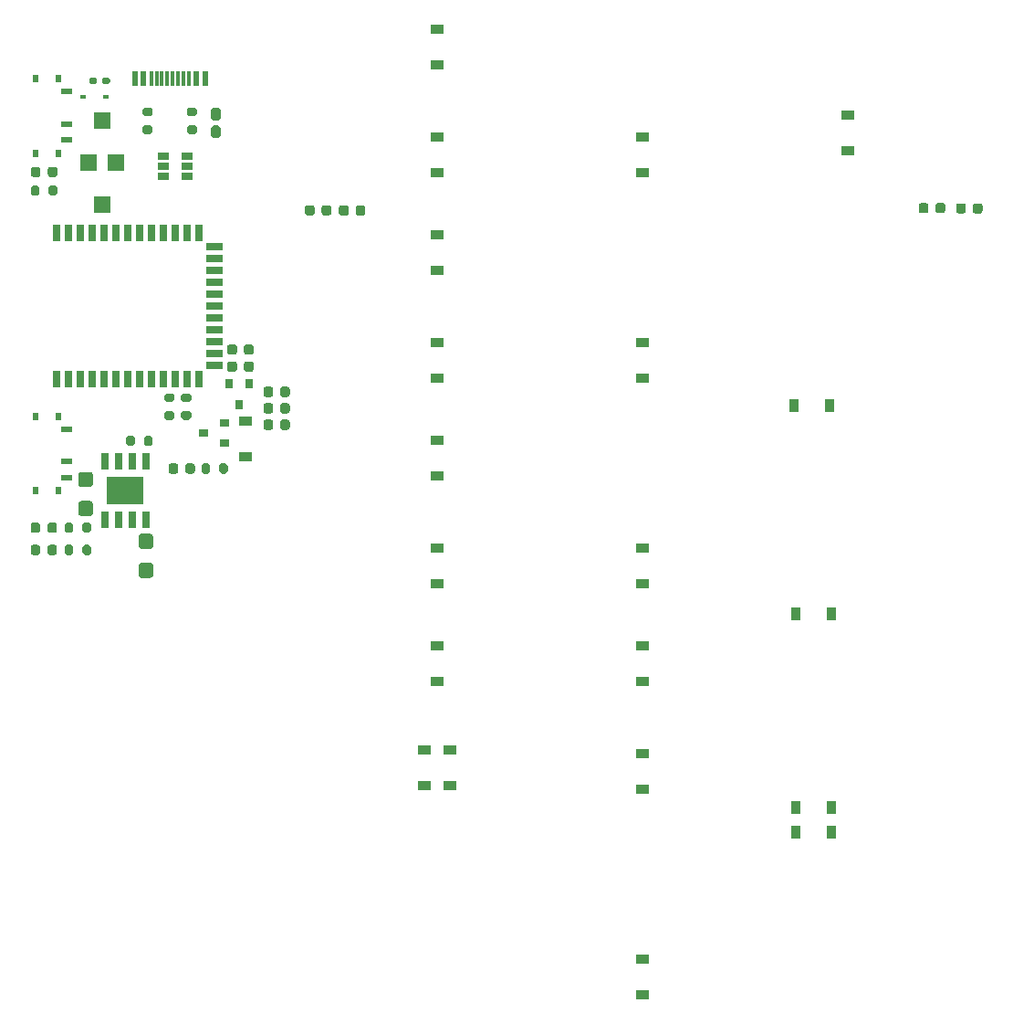
<source format=gbr>
%TF.GenerationSoftware,KiCad,Pcbnew,(5.1.9)-1*%
%TF.CreationDate,2021-08-24T14:53:50+02:00*%
%TF.ProjectId,unWired refernce,756e5769-7265-4642-9072-656665726e63,rev?*%
%TF.SameCoordinates,Original*%
%TF.FileFunction,Paste,Top*%
%TF.FilePolarity,Positive*%
%FSLAX46Y46*%
G04 Gerber Fmt 4.6, Leading zero omitted, Abs format (unit mm)*
G04 Created by KiCad (PCBNEW (5.1.9)-1) date 2021-08-24 14:53:50*
%MOMM*%
%LPD*%
G01*
G04 APERTURE LIST*
%ADD10R,0.500000X0.800000*%
%ADD11R,1.000000X0.500000*%
%ADD12R,0.700000X1.524000*%
%ADD13R,1.524000X0.700000*%
%ADD14R,3.402000X2.513000*%
%ADD15R,0.700000X1.525000*%
%ADD16R,0.900000X0.800000*%
%ADD17R,1.500000X1.500000*%
%ADD18R,0.900000X1.200000*%
%ADD19R,1.200000X0.900000*%
%ADD20R,0.800000X0.900000*%
%ADD21R,0.600000X0.450000*%
%ADD22R,0.600000X1.450000*%
%ADD23R,0.300000X1.450000*%
%ADD24R,1.060000X0.650000*%
G04 APERTURE END LIST*
D10*
%TO.C,S2*%
X40850000Y-47190000D03*
X38750000Y-47190000D03*
X38750000Y-54090000D03*
X40850000Y-54090000D03*
D11*
X41650000Y-52890000D03*
X41650000Y-51390000D03*
X41650000Y-48390000D03*
%TD*%
D10*
%TO.C,S1*%
X40850000Y-78490000D03*
X38750000Y-78490000D03*
X38750000Y-85390000D03*
X40850000Y-85390000D03*
D11*
X41650000Y-84190000D03*
X41650000Y-82690000D03*
X41650000Y-79690000D03*
%TD*%
%TO.C,R9*%
G36*
G01*
X39955000Y-57845000D02*
X39955000Y-57295000D01*
G75*
G02*
X40155000Y-57095000I200000J0D01*
G01*
X40555000Y-57095000D01*
G75*
G02*
X40755000Y-57295000I0J-200000D01*
G01*
X40755000Y-57845000D01*
G75*
G02*
X40555000Y-58045000I-200000J0D01*
G01*
X40155000Y-58045000D01*
G75*
G02*
X39955000Y-57845000I0J200000D01*
G01*
G37*
G36*
G01*
X38305000Y-57845000D02*
X38305000Y-57295000D01*
G75*
G02*
X38505000Y-57095000I200000J0D01*
G01*
X38905000Y-57095000D01*
G75*
G02*
X39105000Y-57295000I0J-200000D01*
G01*
X39105000Y-57845000D01*
G75*
G02*
X38905000Y-58045000I-200000J0D01*
G01*
X38505000Y-58045000D01*
G75*
G02*
X38305000Y-57845000I0J200000D01*
G01*
G37*
%TD*%
%TO.C,LED3*%
G36*
G01*
X39900000Y-56096250D02*
X39900000Y-55583750D01*
G75*
G02*
X40118750Y-55365000I218750J0D01*
G01*
X40556250Y-55365000D01*
G75*
G02*
X40775000Y-55583750I0J-218750D01*
G01*
X40775000Y-56096250D01*
G75*
G02*
X40556250Y-56315000I-218750J0D01*
G01*
X40118750Y-56315000D01*
G75*
G02*
X39900000Y-56096250I0J218750D01*
G01*
G37*
G36*
G01*
X38325000Y-56096250D02*
X38325000Y-55583750D01*
G75*
G02*
X38543750Y-55365000I218750J0D01*
G01*
X38981250Y-55365000D01*
G75*
G02*
X39200000Y-55583750I0J-218750D01*
G01*
X39200000Y-56096250D01*
G75*
G02*
X38981250Y-56315000I-218750J0D01*
G01*
X38543750Y-56315000D01*
G75*
G02*
X38325000Y-56096250I0J218750D01*
G01*
G37*
%TD*%
D12*
%TO.C,U2*%
X40680000Y-61520000D03*
X41780000Y-61520000D03*
X42880000Y-61520000D03*
X43980000Y-61520000D03*
X45080000Y-61520000D03*
X46180000Y-61520000D03*
X47280000Y-61520000D03*
X48380000Y-61520000D03*
X49480000Y-61520000D03*
X50580000Y-61520000D03*
X51680000Y-61520000D03*
X52780000Y-61520000D03*
X53880000Y-61520000D03*
D13*
X55380000Y-62770000D03*
X55380000Y-63870000D03*
X55380000Y-64970000D03*
X55380000Y-66070000D03*
X55380000Y-67170000D03*
X55380000Y-68270000D03*
X55380000Y-69370000D03*
X55380000Y-70470000D03*
X55380000Y-71570000D03*
X55380000Y-72670000D03*
X55380000Y-73770000D03*
D12*
X53880000Y-75020000D03*
X52780000Y-75020000D03*
X51680000Y-75020000D03*
X50580000Y-75020000D03*
X49480000Y-75020000D03*
X48380000Y-75020000D03*
X47280000Y-75020000D03*
X46180000Y-75020000D03*
X45080000Y-75020000D03*
X43980000Y-75020000D03*
X42880000Y-75020000D03*
X41780000Y-75020000D03*
X40680000Y-75020000D03*
%TD*%
D14*
%TO.C,U3*%
X47070000Y-85340000D03*
D15*
X48975000Y-88052000D03*
X47705000Y-88052000D03*
X46435000Y-88052000D03*
X45165000Y-88052000D03*
X45165000Y-82628000D03*
X46435000Y-82628000D03*
X47705000Y-82628000D03*
X48975000Y-82628000D03*
%TD*%
D16*
%TO.C,Q1*%
X54310000Y-80020000D03*
X56310000Y-79070000D03*
X56310000Y-80970000D03*
%TD*%
D17*
%TO.C,SW24*%
X43642000Y-54991000D03*
X46242000Y-54991000D03*
X44942000Y-51091000D03*
X44942000Y-58891000D03*
%TD*%
D18*
%TO.C,D20*%
X112590000Y-117050000D03*
X109290000Y-117050000D03*
%TD*%
D19*
%TO.C,D19*%
X95075000Y-128800000D03*
X95075000Y-132100000D03*
%TD*%
%TO.C,D18*%
X77220000Y-112700000D03*
X77220000Y-109400000D03*
%TD*%
%TO.C,D17*%
X74840000Y-112690000D03*
X74840000Y-109390000D03*
%TD*%
D18*
%TO.C,D16*%
X112590000Y-114750000D03*
X109290000Y-114750000D03*
%TD*%
D19*
%TO.C,D15*%
X95075000Y-109750000D03*
X95075000Y-113050000D03*
%TD*%
%TO.C,D14*%
X95075000Y-99750000D03*
X95075000Y-103050000D03*
%TD*%
%TO.C,D13*%
X76025000Y-99750000D03*
X76025000Y-103050000D03*
%TD*%
D18*
%TO.C,D12*%
X112590000Y-96790000D03*
X109290000Y-96790000D03*
%TD*%
D19*
%TO.C,D11*%
X95075000Y-90700000D03*
X95075000Y-94000000D03*
%TD*%
%TO.C,D10*%
X76025000Y-90700000D03*
X76025000Y-94000000D03*
%TD*%
%TO.C,D9*%
X76025000Y-80700000D03*
X76025000Y-84000000D03*
%TD*%
D18*
%TO.C,D8*%
X112400000Y-77510000D03*
X109100000Y-77510000D03*
%TD*%
D19*
%TO.C,D7*%
X95075000Y-71650000D03*
X95075000Y-74950000D03*
%TD*%
%TO.C,D6*%
X76025000Y-71650000D03*
X76025000Y-74950000D03*
%TD*%
%TO.C,D5*%
X76025000Y-61650000D03*
X76025000Y-64950000D03*
%TD*%
%TO.C,D4*%
X114125000Y-50600000D03*
X114125000Y-53900000D03*
%TD*%
%TO.C,D3*%
X95075000Y-52600000D03*
X95075000Y-55900000D03*
%TD*%
%TO.C,D2*%
X76025000Y-52600000D03*
X76025000Y-55900000D03*
%TD*%
%TO.C,D1*%
X76025000Y-42600000D03*
X76025000Y-45900000D03*
%TD*%
%TO.C,C12*%
G36*
G01*
X125705000Y-59470000D02*
X125705000Y-58970000D01*
G75*
G02*
X125930000Y-58745000I225000J0D01*
G01*
X126380000Y-58745000D01*
G75*
G02*
X126605000Y-58970000I0J-225000D01*
G01*
X126605000Y-59470000D01*
G75*
G02*
X126380000Y-59695000I-225000J0D01*
G01*
X125930000Y-59695000D01*
G75*
G02*
X125705000Y-59470000I0J225000D01*
G01*
G37*
G36*
G01*
X124155000Y-59470000D02*
X124155000Y-58970000D01*
G75*
G02*
X124380000Y-58745000I225000J0D01*
G01*
X124830000Y-58745000D01*
G75*
G02*
X125055000Y-58970000I0J-225000D01*
G01*
X125055000Y-59470000D01*
G75*
G02*
X124830000Y-59695000I-225000J0D01*
G01*
X124380000Y-59695000D01*
G75*
G02*
X124155000Y-59470000I0J225000D01*
G01*
G37*
%TD*%
%TO.C,C11*%
G36*
G01*
X122245000Y-59440000D02*
X122245000Y-58940000D01*
G75*
G02*
X122470000Y-58715000I225000J0D01*
G01*
X122920000Y-58715000D01*
G75*
G02*
X123145000Y-58940000I0J-225000D01*
G01*
X123145000Y-59440000D01*
G75*
G02*
X122920000Y-59665000I-225000J0D01*
G01*
X122470000Y-59665000D01*
G75*
G02*
X122245000Y-59440000I0J225000D01*
G01*
G37*
G36*
G01*
X120695000Y-59440000D02*
X120695000Y-58940000D01*
G75*
G02*
X120920000Y-58715000I225000J0D01*
G01*
X121370000Y-58715000D01*
G75*
G02*
X121595000Y-58940000I0J-225000D01*
G01*
X121595000Y-59440000D01*
G75*
G02*
X121370000Y-59665000I-225000J0D01*
G01*
X120920000Y-59665000D01*
G75*
G02*
X120695000Y-59440000I0J225000D01*
G01*
G37*
%TD*%
%TO.C,C10*%
G36*
G01*
X68455000Y-59660000D02*
X68455000Y-59160000D01*
G75*
G02*
X68680000Y-58935000I225000J0D01*
G01*
X69130000Y-58935000D01*
G75*
G02*
X69355000Y-59160000I0J-225000D01*
G01*
X69355000Y-59660000D01*
G75*
G02*
X69130000Y-59885000I-225000J0D01*
G01*
X68680000Y-59885000D01*
G75*
G02*
X68455000Y-59660000I0J225000D01*
G01*
G37*
G36*
G01*
X66905000Y-59660000D02*
X66905000Y-59160000D01*
G75*
G02*
X67130000Y-58935000I225000J0D01*
G01*
X67580000Y-58935000D01*
G75*
G02*
X67805000Y-59160000I0J-225000D01*
G01*
X67805000Y-59660000D01*
G75*
G02*
X67580000Y-59885000I-225000J0D01*
G01*
X67130000Y-59885000D01*
G75*
G02*
X66905000Y-59660000I0J225000D01*
G01*
G37*
%TD*%
%TO.C,C9*%
G36*
G01*
X65295000Y-59650000D02*
X65295000Y-59150000D01*
G75*
G02*
X65520000Y-58925000I225000J0D01*
G01*
X65970000Y-58925000D01*
G75*
G02*
X66195000Y-59150000I0J-225000D01*
G01*
X66195000Y-59650000D01*
G75*
G02*
X65970000Y-59875000I-225000J0D01*
G01*
X65520000Y-59875000D01*
G75*
G02*
X65295000Y-59650000I0J225000D01*
G01*
G37*
G36*
G01*
X63745000Y-59650000D02*
X63745000Y-59150000D01*
G75*
G02*
X63970000Y-58925000I225000J0D01*
G01*
X64420000Y-58925000D01*
G75*
G02*
X64645000Y-59150000I0J-225000D01*
G01*
X64645000Y-59650000D01*
G75*
G02*
X64420000Y-59875000I-225000J0D01*
G01*
X63970000Y-59875000D01*
G75*
G02*
X63745000Y-59650000I0J225000D01*
G01*
G37*
%TD*%
%TO.C,R8*%
G36*
G01*
X53005000Y-77155000D02*
X52455000Y-77155000D01*
G75*
G02*
X52255000Y-76955000I0J200000D01*
G01*
X52255000Y-76555000D01*
G75*
G02*
X52455000Y-76355000I200000J0D01*
G01*
X53005000Y-76355000D01*
G75*
G02*
X53205000Y-76555000I0J-200000D01*
G01*
X53205000Y-76955000D01*
G75*
G02*
X53005000Y-77155000I-200000J0D01*
G01*
G37*
G36*
G01*
X53005000Y-78805000D02*
X52455000Y-78805000D01*
G75*
G02*
X52255000Y-78605000I0J200000D01*
G01*
X52255000Y-78205000D01*
G75*
G02*
X52455000Y-78005000I200000J0D01*
G01*
X53005000Y-78005000D01*
G75*
G02*
X53205000Y-78205000I0J-200000D01*
G01*
X53205000Y-78605000D01*
G75*
G02*
X53005000Y-78805000I-200000J0D01*
G01*
G37*
%TD*%
%TO.C,R7*%
G36*
G01*
X50905000Y-78005000D02*
X51455000Y-78005000D01*
G75*
G02*
X51655000Y-78205000I0J-200000D01*
G01*
X51655000Y-78605000D01*
G75*
G02*
X51455000Y-78805000I-200000J0D01*
G01*
X50905000Y-78805000D01*
G75*
G02*
X50705000Y-78605000I0J200000D01*
G01*
X50705000Y-78205000D01*
G75*
G02*
X50905000Y-78005000I200000J0D01*
G01*
G37*
G36*
G01*
X50905000Y-76355000D02*
X51455000Y-76355000D01*
G75*
G02*
X51655000Y-76555000I0J-200000D01*
G01*
X51655000Y-76955000D01*
G75*
G02*
X51455000Y-77155000I-200000J0D01*
G01*
X50905000Y-77155000D01*
G75*
G02*
X50705000Y-76955000I0J200000D01*
G01*
X50705000Y-76555000D01*
G75*
G02*
X50905000Y-76355000I200000J0D01*
G01*
G37*
%TD*%
D20*
%TO.C,U4*%
X57660000Y-77440000D03*
X56710000Y-75440000D03*
X58610000Y-75440000D03*
%TD*%
%TO.C,C8*%
G36*
G01*
X58087000Y-72547000D02*
X58087000Y-72047000D01*
G75*
G02*
X58312000Y-71822000I225000J0D01*
G01*
X58762000Y-71822000D01*
G75*
G02*
X58987000Y-72047000I0J-225000D01*
G01*
X58987000Y-72547000D01*
G75*
G02*
X58762000Y-72772000I-225000J0D01*
G01*
X58312000Y-72772000D01*
G75*
G02*
X58087000Y-72547000I0J225000D01*
G01*
G37*
G36*
G01*
X56537000Y-72547000D02*
X56537000Y-72047000D01*
G75*
G02*
X56762000Y-71822000I225000J0D01*
G01*
X57212000Y-71822000D01*
G75*
G02*
X57437000Y-72047000I0J-225000D01*
G01*
X57437000Y-72547000D01*
G75*
G02*
X57212000Y-72772000I-225000J0D01*
G01*
X56762000Y-72772000D01*
G75*
G02*
X56537000Y-72547000I0J225000D01*
G01*
G37*
%TD*%
%TO.C,C7*%
G36*
G01*
X58087000Y-74137000D02*
X58087000Y-73637000D01*
G75*
G02*
X58312000Y-73412000I225000J0D01*
G01*
X58762000Y-73412000D01*
G75*
G02*
X58987000Y-73637000I0J-225000D01*
G01*
X58987000Y-74137000D01*
G75*
G02*
X58762000Y-74362000I-225000J0D01*
G01*
X58312000Y-74362000D01*
G75*
G02*
X58087000Y-74137000I0J225000D01*
G01*
G37*
G36*
G01*
X56537000Y-74137000D02*
X56537000Y-73637000D01*
G75*
G02*
X56762000Y-73412000I225000J0D01*
G01*
X57212000Y-73412000D01*
G75*
G02*
X57437000Y-73637000I0J-225000D01*
G01*
X57437000Y-74137000D01*
G75*
G02*
X57212000Y-74362000I-225000J0D01*
G01*
X56762000Y-74362000D01*
G75*
G02*
X56537000Y-74137000I0J225000D01*
G01*
G37*
%TD*%
%TO.C,C6*%
G36*
G01*
X61451000Y-77994000D02*
X61451000Y-77494000D01*
G75*
G02*
X61676000Y-77269000I225000J0D01*
G01*
X62126000Y-77269000D01*
G75*
G02*
X62351000Y-77494000I0J-225000D01*
G01*
X62351000Y-77994000D01*
G75*
G02*
X62126000Y-78219000I-225000J0D01*
G01*
X61676000Y-78219000D01*
G75*
G02*
X61451000Y-77994000I0J225000D01*
G01*
G37*
G36*
G01*
X59901000Y-77994000D02*
X59901000Y-77494000D01*
G75*
G02*
X60126000Y-77269000I225000J0D01*
G01*
X60576000Y-77269000D01*
G75*
G02*
X60801000Y-77494000I0J-225000D01*
G01*
X60801000Y-77994000D01*
G75*
G02*
X60576000Y-78219000I-225000J0D01*
G01*
X60126000Y-78219000D01*
G75*
G02*
X59901000Y-77994000I0J225000D01*
G01*
G37*
%TD*%
%TO.C,C5*%
G36*
G01*
X61445000Y-79520000D02*
X61445000Y-79020000D01*
G75*
G02*
X61670000Y-78795000I225000J0D01*
G01*
X62120000Y-78795000D01*
G75*
G02*
X62345000Y-79020000I0J-225000D01*
G01*
X62345000Y-79520000D01*
G75*
G02*
X62120000Y-79745000I-225000J0D01*
G01*
X61670000Y-79745000D01*
G75*
G02*
X61445000Y-79520000I0J225000D01*
G01*
G37*
G36*
G01*
X59895000Y-79520000D02*
X59895000Y-79020000D01*
G75*
G02*
X60120000Y-78795000I225000J0D01*
G01*
X60570000Y-78795000D01*
G75*
G02*
X60795000Y-79020000I0J-225000D01*
G01*
X60795000Y-79520000D01*
G75*
G02*
X60570000Y-79745000I-225000J0D01*
G01*
X60120000Y-79745000D01*
G75*
G02*
X59895000Y-79520000I0J225000D01*
G01*
G37*
%TD*%
%TO.C,C4*%
G36*
G01*
X61451000Y-76470000D02*
X61451000Y-75970000D01*
G75*
G02*
X61676000Y-75745000I225000J0D01*
G01*
X62126000Y-75745000D01*
G75*
G02*
X62351000Y-75970000I0J-225000D01*
G01*
X62351000Y-76470000D01*
G75*
G02*
X62126000Y-76695000I-225000J0D01*
G01*
X61676000Y-76695000D01*
G75*
G02*
X61451000Y-76470000I0J225000D01*
G01*
G37*
G36*
G01*
X59901000Y-76470000D02*
X59901000Y-75970000D01*
G75*
G02*
X60126000Y-75745000I225000J0D01*
G01*
X60576000Y-75745000D01*
G75*
G02*
X60801000Y-75970000I0J-225000D01*
G01*
X60801000Y-76470000D01*
G75*
G02*
X60576000Y-76695000I-225000J0D01*
G01*
X60126000Y-76695000D01*
G75*
G02*
X59901000Y-76470000I0J225000D01*
G01*
G37*
%TD*%
%TO.C,R6*%
G36*
G01*
X55797000Y-83603000D02*
X55797000Y-83053000D01*
G75*
G02*
X55997000Y-82853000I200000J0D01*
G01*
X56397000Y-82853000D01*
G75*
G02*
X56597000Y-83053000I0J-200000D01*
G01*
X56597000Y-83603000D01*
G75*
G02*
X56397000Y-83803000I-200000J0D01*
G01*
X55997000Y-83803000D01*
G75*
G02*
X55797000Y-83603000I0J200000D01*
G01*
G37*
G36*
G01*
X54147000Y-83603000D02*
X54147000Y-83053000D01*
G75*
G02*
X54347000Y-82853000I200000J0D01*
G01*
X54747000Y-82853000D01*
G75*
G02*
X54947000Y-83053000I0J-200000D01*
G01*
X54947000Y-83603000D01*
G75*
G02*
X54747000Y-83803000I-200000J0D01*
G01*
X54347000Y-83803000D01*
G75*
G02*
X54147000Y-83603000I0J200000D01*
G01*
G37*
%TD*%
D19*
%TO.C,ZD1*%
X58240000Y-82270000D03*
X58240000Y-78970000D03*
%TD*%
%TO.C,C3*%
G36*
G01*
X42974999Y-86330000D02*
X43825001Y-86330000D01*
G75*
G02*
X44075000Y-86579999I0J-249999D01*
G01*
X44075000Y-87480001D01*
G75*
G02*
X43825001Y-87730000I-249999J0D01*
G01*
X42974999Y-87730000D01*
G75*
G02*
X42725000Y-87480001I0J249999D01*
G01*
X42725000Y-86579999D01*
G75*
G02*
X42974999Y-86330000I249999J0D01*
G01*
G37*
G36*
G01*
X42974999Y-83630000D02*
X43825001Y-83630000D01*
G75*
G02*
X44075000Y-83879999I0J-249999D01*
G01*
X44075000Y-84780001D01*
G75*
G02*
X43825001Y-85030000I-249999J0D01*
G01*
X42974999Y-85030000D01*
G75*
G02*
X42725000Y-84780001I0J249999D01*
G01*
X42725000Y-83879999D01*
G75*
G02*
X42974999Y-83630000I249999J0D01*
G01*
G37*
%TD*%
%TO.C,LED1*%
G36*
G01*
X39170000Y-90615750D02*
X39170000Y-91128250D01*
G75*
G02*
X38951250Y-91347000I-218750J0D01*
G01*
X38513750Y-91347000D01*
G75*
G02*
X38295000Y-91128250I0J218750D01*
G01*
X38295000Y-90615750D01*
G75*
G02*
X38513750Y-90397000I218750J0D01*
G01*
X38951250Y-90397000D01*
G75*
G02*
X39170000Y-90615750I0J-218750D01*
G01*
G37*
G36*
G01*
X40745000Y-90615750D02*
X40745000Y-91128250D01*
G75*
G02*
X40526250Y-91347000I-218750J0D01*
G01*
X40088750Y-91347000D01*
G75*
G02*
X39870000Y-91128250I0J218750D01*
G01*
X39870000Y-90615750D01*
G75*
G02*
X40088750Y-90397000I218750J0D01*
G01*
X40526250Y-90397000D01*
G75*
G02*
X40745000Y-90615750I0J-218750D01*
G01*
G37*
%TD*%
%TO.C,LED2*%
G36*
G01*
X39170000Y-88561750D02*
X39170000Y-89074250D01*
G75*
G02*
X38951250Y-89293000I-218750J0D01*
G01*
X38513750Y-89293000D01*
G75*
G02*
X38295000Y-89074250I0J218750D01*
G01*
X38295000Y-88561750D01*
G75*
G02*
X38513750Y-88343000I218750J0D01*
G01*
X38951250Y-88343000D01*
G75*
G02*
X39170000Y-88561750I0J-218750D01*
G01*
G37*
G36*
G01*
X40745000Y-88561750D02*
X40745000Y-89074250D01*
G75*
G02*
X40526250Y-89293000I-218750J0D01*
G01*
X40088750Y-89293000D01*
G75*
G02*
X39870000Y-89074250I0J218750D01*
G01*
X39870000Y-88561750D01*
G75*
G02*
X40088750Y-88343000I218750J0D01*
G01*
X40526250Y-88343000D01*
G75*
G02*
X40745000Y-88561750I0J-218750D01*
G01*
G37*
%TD*%
%TO.C,C2*%
G36*
G01*
X51999000Y-83078000D02*
X51999000Y-83578000D01*
G75*
G02*
X51774000Y-83803000I-225000J0D01*
G01*
X51324000Y-83803000D01*
G75*
G02*
X51099000Y-83578000I0J225000D01*
G01*
X51099000Y-83078000D01*
G75*
G02*
X51324000Y-82853000I225000J0D01*
G01*
X51774000Y-82853000D01*
G75*
G02*
X51999000Y-83078000I0J-225000D01*
G01*
G37*
G36*
G01*
X53549000Y-83078000D02*
X53549000Y-83578000D01*
G75*
G02*
X53324000Y-83803000I-225000J0D01*
G01*
X52874000Y-83803000D01*
G75*
G02*
X52649000Y-83578000I0J225000D01*
G01*
X52649000Y-83078000D01*
G75*
G02*
X52874000Y-82853000I225000J0D01*
G01*
X53324000Y-82853000D01*
G75*
G02*
X53549000Y-83078000I0J-225000D01*
G01*
G37*
%TD*%
%TO.C,C1*%
G36*
G01*
X48564999Y-92070000D02*
X49415001Y-92070000D01*
G75*
G02*
X49665000Y-92319999I0J-249999D01*
G01*
X49665000Y-93220001D01*
G75*
G02*
X49415001Y-93470000I-249999J0D01*
G01*
X48564999Y-93470000D01*
G75*
G02*
X48315000Y-93220001I0J249999D01*
G01*
X48315000Y-92319999D01*
G75*
G02*
X48564999Y-92070000I249999J0D01*
G01*
G37*
G36*
G01*
X48564999Y-89370000D02*
X49415001Y-89370000D01*
G75*
G02*
X49665000Y-89619999I0J-249999D01*
G01*
X49665000Y-90520001D01*
G75*
G02*
X49415001Y-90770000I-249999J0D01*
G01*
X48564999Y-90770000D01*
G75*
G02*
X48315000Y-90520001I0J249999D01*
G01*
X48315000Y-89619999D01*
G75*
G02*
X48564999Y-89370000I249999J0D01*
G01*
G37*
%TD*%
%TO.C,R5*%
G36*
G01*
X47975000Y-80495000D02*
X47975000Y-81045000D01*
G75*
G02*
X47775000Y-81245000I-200000J0D01*
G01*
X47375000Y-81245000D01*
G75*
G02*
X47175000Y-81045000I0J200000D01*
G01*
X47175000Y-80495000D01*
G75*
G02*
X47375000Y-80295000I200000J0D01*
G01*
X47775000Y-80295000D01*
G75*
G02*
X47975000Y-80495000I0J-200000D01*
G01*
G37*
G36*
G01*
X49625000Y-80495000D02*
X49625000Y-81045000D01*
G75*
G02*
X49425000Y-81245000I-200000J0D01*
G01*
X49025000Y-81245000D01*
G75*
G02*
X48825000Y-81045000I0J200000D01*
G01*
X48825000Y-80495000D01*
G75*
G02*
X49025000Y-80295000I200000J0D01*
G01*
X49425000Y-80295000D01*
G75*
G02*
X49625000Y-80495000I0J-200000D01*
G01*
G37*
%TD*%
%TO.C,R4*%
G36*
G01*
X42255000Y-88543000D02*
X42255000Y-89093000D01*
G75*
G02*
X42055000Y-89293000I-200000J0D01*
G01*
X41655000Y-89293000D01*
G75*
G02*
X41455000Y-89093000I0J200000D01*
G01*
X41455000Y-88543000D01*
G75*
G02*
X41655000Y-88343000I200000J0D01*
G01*
X42055000Y-88343000D01*
G75*
G02*
X42255000Y-88543000I0J-200000D01*
G01*
G37*
G36*
G01*
X43905000Y-88543000D02*
X43905000Y-89093000D01*
G75*
G02*
X43705000Y-89293000I-200000J0D01*
G01*
X43305000Y-89293000D01*
G75*
G02*
X43105000Y-89093000I0J200000D01*
G01*
X43105000Y-88543000D01*
G75*
G02*
X43305000Y-88343000I200000J0D01*
G01*
X43705000Y-88343000D01*
G75*
G02*
X43905000Y-88543000I0J-200000D01*
G01*
G37*
%TD*%
%TO.C,R3*%
G36*
G01*
X43105000Y-91147000D02*
X43105000Y-90597000D01*
G75*
G02*
X43305000Y-90397000I200000J0D01*
G01*
X43705000Y-90397000D01*
G75*
G02*
X43905000Y-90597000I0J-200000D01*
G01*
X43905000Y-91147000D01*
G75*
G02*
X43705000Y-91347000I-200000J0D01*
G01*
X43305000Y-91347000D01*
G75*
G02*
X43105000Y-91147000I0J200000D01*
G01*
G37*
G36*
G01*
X41455000Y-91147000D02*
X41455000Y-90597000D01*
G75*
G02*
X41655000Y-90397000I200000J0D01*
G01*
X42055000Y-90397000D01*
G75*
G02*
X42255000Y-90597000I0J-200000D01*
G01*
X42255000Y-91147000D01*
G75*
G02*
X42055000Y-91347000I-200000J0D01*
G01*
X41655000Y-91347000D01*
G75*
G02*
X41455000Y-91147000I0J200000D01*
G01*
G37*
%TD*%
D21*
%TO.C,TVS1*%
X45246000Y-48895000D03*
X43146000Y-48895000D03*
%TD*%
%TO.C,F1*%
G36*
G01*
X55692500Y-51100000D02*
X55267500Y-51100000D01*
G75*
G02*
X55055000Y-50887500I0J212500D01*
G01*
X55055000Y-50087500D01*
G75*
G02*
X55267500Y-49875000I212500J0D01*
G01*
X55692500Y-49875000D01*
G75*
G02*
X55905000Y-50087500I0J-212500D01*
G01*
X55905000Y-50887500D01*
G75*
G02*
X55692500Y-51100000I-212500J0D01*
G01*
G37*
G36*
G01*
X55692500Y-52725000D02*
X55267500Y-52725000D01*
G75*
G02*
X55055000Y-52512500I0J212500D01*
G01*
X55055000Y-51712500D01*
G75*
G02*
X55267500Y-51500000I212500J0D01*
G01*
X55692500Y-51500000D01*
G75*
G02*
X55905000Y-51712500I0J-212500D01*
G01*
X55905000Y-52512500D01*
G75*
G02*
X55692500Y-52725000I-212500J0D01*
G01*
G37*
%TD*%
%TO.C,FB1*%
G36*
G01*
X44944000Y-47560000D02*
X44944000Y-47240000D01*
G75*
G02*
X45104000Y-47080000I160000J0D01*
G01*
X45499000Y-47080000D01*
G75*
G02*
X45659000Y-47240000I0J-160000D01*
G01*
X45659000Y-47560000D01*
G75*
G02*
X45499000Y-47720000I-160000J0D01*
G01*
X45104000Y-47720000D01*
G75*
G02*
X44944000Y-47560000I0J160000D01*
G01*
G37*
G36*
G01*
X43749000Y-47560000D02*
X43749000Y-47240000D01*
G75*
G02*
X43909000Y-47080000I160000J0D01*
G01*
X44304000Y-47080000D01*
G75*
G02*
X44464000Y-47240000I0J-160000D01*
G01*
X44464000Y-47560000D01*
G75*
G02*
X44304000Y-47720000I-160000J0D01*
G01*
X43909000Y-47720000D01*
G75*
G02*
X43749000Y-47560000I0J160000D01*
G01*
G37*
%TD*%
D22*
%TO.C,J1*%
X47980000Y-47215000D03*
X48780000Y-47215000D03*
X53680000Y-47215000D03*
X54480000Y-47215000D03*
X54480000Y-47215000D03*
X53680000Y-47215000D03*
X48780000Y-47215000D03*
X47980000Y-47215000D03*
D23*
X52980000Y-47215000D03*
X52480000Y-47215000D03*
X51980000Y-47215000D03*
X50980000Y-47215000D03*
X50480000Y-47215000D03*
X49980000Y-47215000D03*
X49480000Y-47215000D03*
X51480000Y-47215000D03*
%TD*%
%TO.C,R2*%
G36*
G01*
X49425000Y-50675000D02*
X48875000Y-50675000D01*
G75*
G02*
X48675000Y-50475000I0J200000D01*
G01*
X48675000Y-50075000D01*
G75*
G02*
X48875000Y-49875000I200000J0D01*
G01*
X49425000Y-49875000D01*
G75*
G02*
X49625000Y-50075000I0J-200000D01*
G01*
X49625000Y-50475000D01*
G75*
G02*
X49425000Y-50675000I-200000J0D01*
G01*
G37*
G36*
G01*
X49425000Y-52325000D02*
X48875000Y-52325000D01*
G75*
G02*
X48675000Y-52125000I0J200000D01*
G01*
X48675000Y-51725000D01*
G75*
G02*
X48875000Y-51525000I200000J0D01*
G01*
X49425000Y-51525000D01*
G75*
G02*
X49625000Y-51725000I0J-200000D01*
G01*
X49625000Y-52125000D01*
G75*
G02*
X49425000Y-52325000I-200000J0D01*
G01*
G37*
%TD*%
%TO.C,R1*%
G36*
G01*
X53535000Y-50675000D02*
X52985000Y-50675000D01*
G75*
G02*
X52785000Y-50475000I0J200000D01*
G01*
X52785000Y-50075000D01*
G75*
G02*
X52985000Y-49875000I200000J0D01*
G01*
X53535000Y-49875000D01*
G75*
G02*
X53735000Y-50075000I0J-200000D01*
G01*
X53735000Y-50475000D01*
G75*
G02*
X53535000Y-50675000I-200000J0D01*
G01*
G37*
G36*
G01*
X53535000Y-52325000D02*
X52985000Y-52325000D01*
G75*
G02*
X52785000Y-52125000I0J200000D01*
G01*
X52785000Y-51725000D01*
G75*
G02*
X52985000Y-51525000I200000J0D01*
G01*
X53535000Y-51525000D01*
G75*
G02*
X53735000Y-51725000I0J-200000D01*
G01*
X53735000Y-52125000D01*
G75*
G02*
X53535000Y-52325000I-200000J0D01*
G01*
G37*
%TD*%
D24*
%TO.C,U1*%
X52810000Y-55310000D03*
X52810000Y-54360000D03*
X52810000Y-56260000D03*
X50610000Y-56260000D03*
X50610000Y-55310000D03*
X50610000Y-54360000D03*
%TD*%
M02*

</source>
